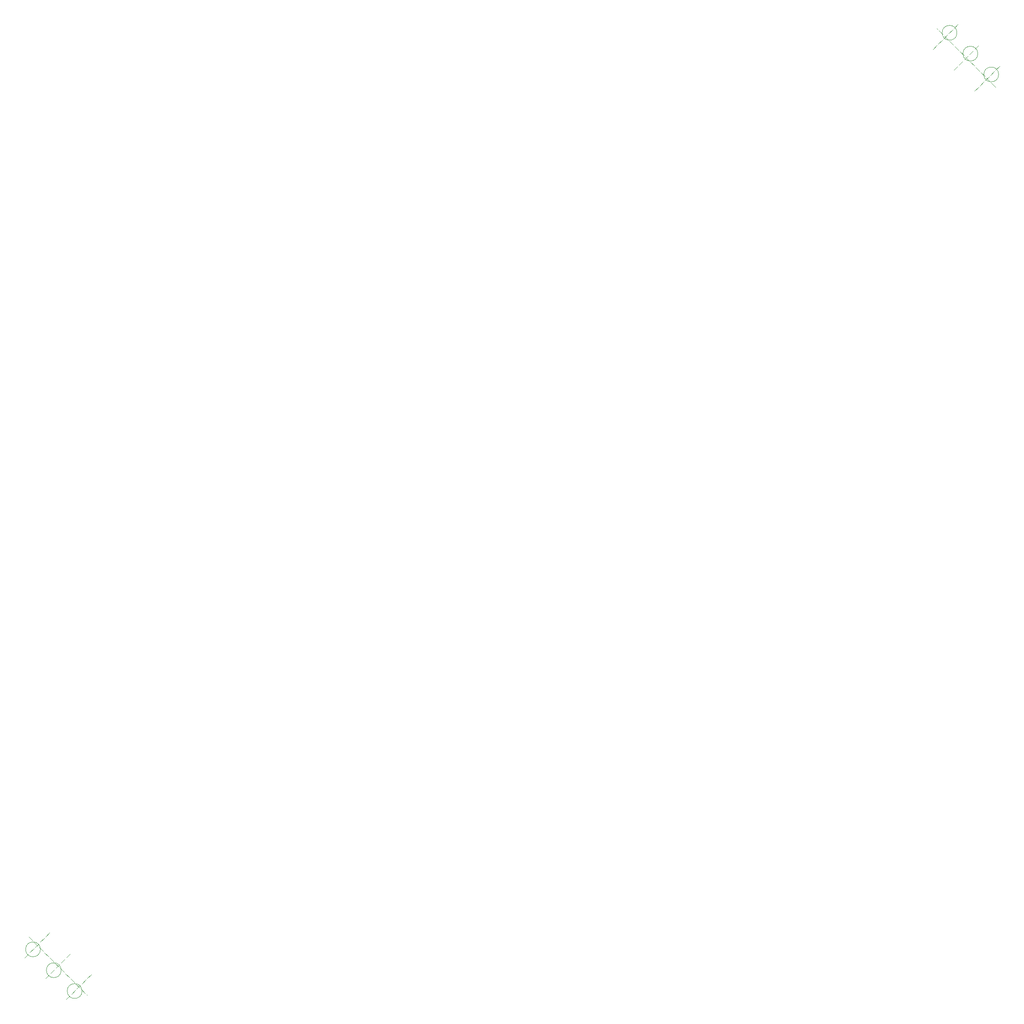
<source format=gbr>
G04 #@! TF.GenerationSoftware,KiCad,Pcbnew,8.0.5*
G04 #@! TF.CreationDate,2024-09-29T21:28:28+09:00*
G04 #@! TF.ProjectId,SandyLP_Plate_Base_Center,53616e64-794c-4505-9f50-6c6174655f42,v.0*
G04 #@! TF.SameCoordinates,Original*
G04 #@! TF.FileFunction,AssemblyDrawing,Top*
%FSLAX46Y46*%
G04 Gerber Fmt 4.6, Leading zero omitted, Abs format (unit mm)*
G04 Created by KiCad (PCBNEW 8.0.5) date 2024-09-29 21:28:28*
%MOMM*%
%LPD*%
G01*
G04 APERTURE LIST*
%ADD10C,0.100000*%
%ADD11C,0.120000*%
G04 APERTURE END LIST*
D10*
X55689351Y-176696477D02*
X56467168Y-175918660D01*
X56750011Y-175635817D02*
X57527829Y-174857999D01*
X57810671Y-174575157D02*
X58588489Y-173797339D01*
X58871332Y-173514496D02*
X59649149Y-172736679D01*
X59931992Y-172453836D02*
X60709809Y-171676019D01*
X59898846Y-180905973D02*
X60676663Y-180128155D01*
X60959506Y-179845313D02*
X61737323Y-179067495D01*
X62020166Y-178784652D02*
X62797984Y-178006835D01*
X63080826Y-177723992D02*
X63858644Y-176946175D01*
X64141486Y-176663332D02*
X64919304Y-175885514D01*
X64108341Y-185115468D02*
X64886158Y-184337651D01*
X65169001Y-184054808D02*
X65946819Y-183276990D01*
X66229661Y-182994148D02*
X67007479Y-182216330D01*
X67290322Y-181933487D02*
X68068139Y-181155670D01*
X68350982Y-180872827D02*
X69128799Y-180095010D01*
X56531250Y-172486982D02*
X57309067Y-173264799D01*
X57591910Y-173547642D02*
X58369728Y-174325460D01*
X58652570Y-174608302D02*
X59430388Y-175386120D01*
X59713230Y-175668963D02*
X60491048Y-176446780D01*
X60773891Y-176729623D02*
X61551708Y-177507440D01*
X61834551Y-177790283D02*
X62612368Y-178568101D01*
X62895211Y-178850943D02*
X63673028Y-179628761D01*
X63955871Y-179911604D02*
X64733688Y-180689421D01*
X65016531Y-180972264D02*
X65794348Y-181750081D01*
X66077191Y-182032924D02*
X66855009Y-182810741D01*
X67137851Y-183093584D02*
X67915669Y-183871402D01*
X68198511Y-184154244D02*
X68317836Y-184273569D01*
X251851820Y-739584D02*
X251074003Y38233D01*
X250791160Y321076D02*
X250013342Y1098894D01*
X249730500Y1381736D02*
X248952682Y2159554D01*
X248669839Y2442397D02*
X247892022Y3220214D01*
X247609179Y3503057D02*
X246831362Y4280874D01*
X246548519Y4563717D02*
X245770702Y5341534D01*
X245487859Y5624377D02*
X244710042Y6402194D01*
X244427199Y6685037D02*
X243649381Y7462855D01*
X243366539Y7745697D02*
X242588721Y8523515D01*
X242305878Y8806358D02*
X241528061Y9584175D01*
X241245218Y9867018D02*
X240467401Y10644835D01*
X240184558Y10927678D02*
X240065234Y11047002D01*
X244274729Y11888901D02*
X243496912Y11111084D01*
X243214069Y10828241D02*
X242436251Y10050423D01*
X242153409Y9767581D02*
X241375591Y8989763D01*
X241092748Y8706920D02*
X240314931Y7929103D01*
X240032088Y7646260D02*
X239254271Y6868443D01*
X248484224Y7679406D02*
X247706407Y6901589D01*
X247423564Y6618746D02*
X246645746Y5840928D01*
X246362904Y5558086D02*
X245585086Y4780268D01*
X245302243Y4497425D02*
X244524426Y3719608D01*
X244241583Y3436765D02*
X243463766Y2658948D01*
X252693719Y3469911D02*
X251915902Y2692094D01*
X251633059Y2409251D02*
X250855241Y1631433D01*
X250572399Y1348591D02*
X249794581Y570773D01*
X249511738Y287930D02*
X248733921Y-489887D01*
X248451078Y-772730D02*
X247673261Y-1550547D01*
D11*
X58873192Y-175012708D02*
G75*
G02*
X55873192Y-175012708I-1500000J0D01*
G01*
X55873192Y-175012708D02*
G75*
G02*
X58873192Y-175012708I1500000J0D01*
G01*
X63082690Y-179222207D02*
G75*
G02*
X60082690Y-179222207I-1500000J0D01*
G01*
X60082690Y-179222207D02*
G75*
G02*
X63082690Y-179222207I1500000J0D01*
G01*
X67292189Y-183431706D02*
G75*
G02*
X64292189Y-183431706I-1500000J0D01*
G01*
X64292189Y-183431706D02*
G75*
G02*
X67292189Y-183431706I1500000J0D01*
G01*
X244091130Y10205230D02*
G75*
G02*
X241091130Y10205230I-1500000J0D01*
G01*
X241091130Y10205230D02*
G75*
G02*
X244091130Y10205230I1500000J0D01*
G01*
X248300628Y5995731D02*
G75*
G02*
X245300628Y5995731I-1500000J0D01*
G01*
X245300628Y5995731D02*
G75*
G02*
X248300628Y5995731I1500000J0D01*
G01*
X252510127Y1786232D02*
G75*
G02*
X249510127Y1786232I-1500000J0D01*
G01*
X249510127Y1786232D02*
G75*
G02*
X252510127Y1786232I1500000J0D01*
G01*
M02*

</source>
